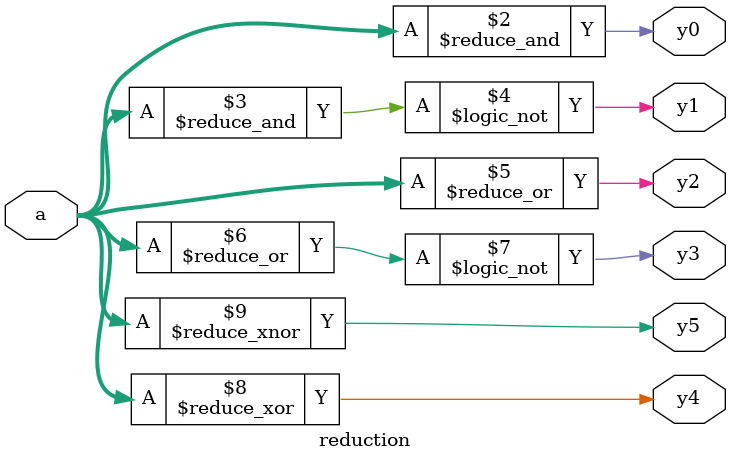
<source format=v>
module reduction(
  input [3:0]a,
  output reg y0,y1,y2,y3,y4,y5);
  always @(*) begin
    y0=&a;
    y1=~&a;
    y2=|a;
    y3=~|a;
    y4=^a;
    y5=~^a;
  end
endmodule

</source>
